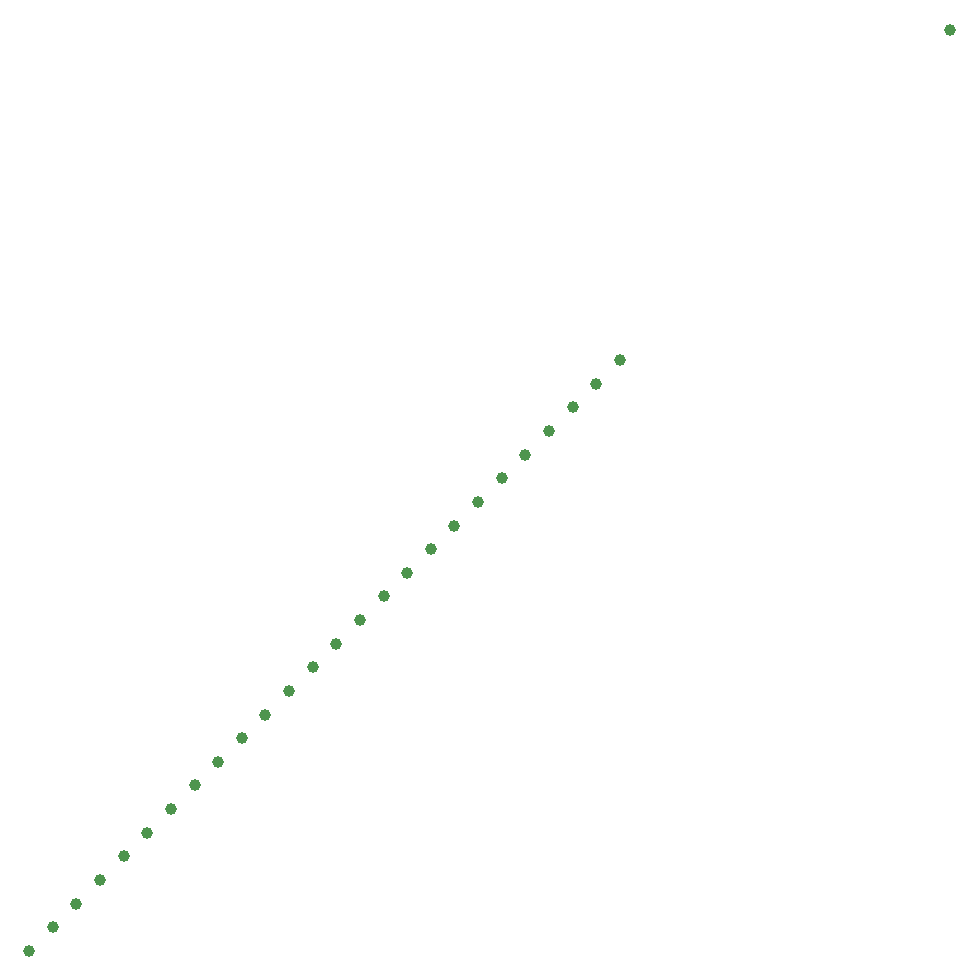
<source format=gbr>
G04 Examples for testing time performance of Gerber parsers*
%FSLAX26Y26*%
%MOMM*%
%ADD10C,1*%
%LPD*%
D10*
X0Y0D03*
X78000000Y78000000D03*
X2000000Y2000000D03*
X4000000Y4000000D03*
X6000000Y6000000D03*
X8000000Y8000000D03*
X10000000Y10000000D03*
X12000000Y12000000D03*
X14000000Y14000000D03*
X16000000Y16000000D03*
X18000000Y18000000D03*
X20000000Y20000000D03*
X22000000Y22000000D03*
X24000000Y24000000D03*
X26000000Y26000000D03*
X28000000Y28000000D03*
X30000000Y30000000D03*
X32000000Y32000000D03*
X34000000Y34000000D03*
X36000000Y36000000D03*
X38000000Y38000000D03*
X40000000Y40000000D03*
X42000000Y42000000D03*
X44000000Y44000000D03*
X46000000Y46000000D03*
X48000000Y48000000D03*
X50000000Y50000000D03*
M02*

</source>
